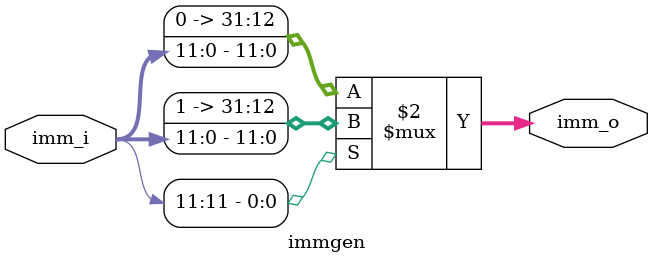
<source format=v>
module immgen (
    input       [11:0] imm_i,
    output wire [31:0] imm_o
);
  assign imm_o = (imm_i[11] == 1'b0) ? {20'b0, imm_i} : {20'hFFFFF, imm_i};
endmodule

</source>
